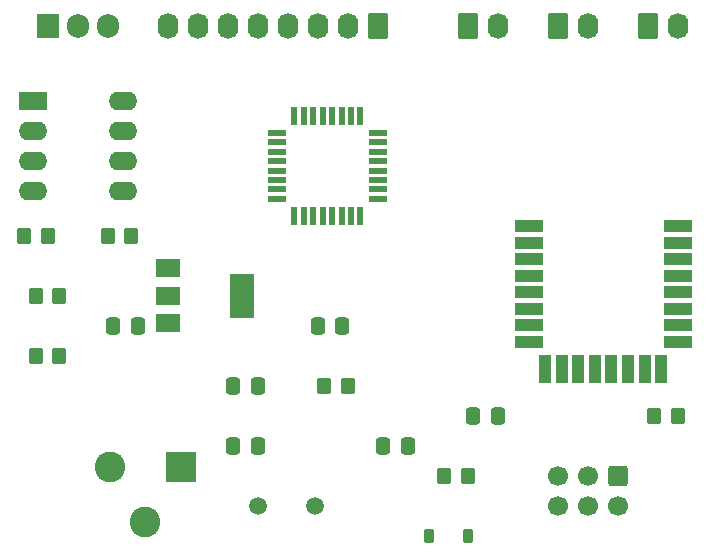
<source format=gbr>
G04 #@! TF.GenerationSoftware,KiCad,Pcbnew,7.0.10*
G04 #@! TF.CreationDate,2024-04-04T22:49:59-05:00*
G04 #@! TF.ProjectId,key,6b65792e-6b69-4636-9164-5f7063625858,rev?*
G04 #@! TF.SameCoordinates,Original*
G04 #@! TF.FileFunction,Soldermask,Top*
G04 #@! TF.FilePolarity,Negative*
%FSLAX46Y46*%
G04 Gerber Fmt 4.6, Leading zero omitted, Abs format (unit mm)*
G04 Created by KiCad (PCBNEW 7.0.10) date 2024-04-04 22:49:59*
%MOMM*%
%LPD*%
G01*
G04 APERTURE LIST*
G04 Aperture macros list*
%AMRoundRect*
0 Rectangle with rounded corners*
0 $1 Rounding radius*
0 $2 $3 $4 $5 $6 $7 $8 $9 X,Y pos of 4 corners*
0 Add a 4 corners polygon primitive as box body*
4,1,4,$2,$3,$4,$5,$6,$7,$8,$9,$2,$3,0*
0 Add four circle primitives for the rounded corners*
1,1,$1+$1,$2,$3*
1,1,$1+$1,$4,$5*
1,1,$1+$1,$6,$7*
1,1,$1+$1,$8,$9*
0 Add four rect primitives between the rounded corners*
20,1,$1+$1,$2,$3,$4,$5,0*
20,1,$1+$1,$4,$5,$6,$7,0*
20,1,$1+$1,$6,$7,$8,$9,0*
20,1,$1+$1,$8,$9,$2,$3,0*%
G04 Aperture macros list end*
%ADD10RoundRect,0.250000X-0.600000X0.600000X-0.600000X-0.600000X0.600000X-0.600000X0.600000X0.600000X0*%
%ADD11C,1.700000*%
%ADD12RoundRect,0.250000X-0.350000X-0.450000X0.350000X-0.450000X0.350000X0.450000X-0.350000X0.450000X0*%
%ADD13RoundRect,0.250000X0.350000X0.450000X-0.350000X0.450000X-0.350000X-0.450000X0.350000X-0.450000X0*%
%ADD14RoundRect,0.225000X-0.225000X-0.375000X0.225000X-0.375000X0.225000X0.375000X-0.225000X0.375000X0*%
%ADD15R,2.400000X1.600000*%
%ADD16O,2.400000X1.600000*%
%ADD17C,1.500000*%
%ADD18R,1.600000X0.550000*%
%ADD19R,0.550000X1.600000*%
%ADD20R,2.450000X1.000000*%
%ADD21R,1.000000X2.450000*%
%ADD22RoundRect,0.250000X0.620000X0.845000X-0.620000X0.845000X-0.620000X-0.845000X0.620000X-0.845000X0*%
%ADD23O,1.740000X2.190000*%
%ADD24R,1.905000X2.000000*%
%ADD25O,1.905000X2.000000*%
%ADD26RoundRect,0.250000X-0.337500X-0.475000X0.337500X-0.475000X0.337500X0.475000X-0.337500X0.475000X0*%
%ADD27R,2.600000X2.600000*%
%ADD28C,2.600000*%
%ADD29RoundRect,0.250000X-0.620000X-0.845000X0.620000X-0.845000X0.620000X0.845000X-0.620000X0.845000X0*%
%ADD30R,2.000000X1.500000*%
%ADD31R,2.000000X3.800000*%
%ADD32RoundRect,0.250000X0.337500X0.475000X-0.337500X0.475000X-0.337500X-0.475000X0.337500X-0.475000X0*%
G04 APERTURE END LIST*
D10*
G04 #@! TO.C,J4*
X177800000Y-99060000D03*
D11*
X177800000Y-101600000D03*
X175260000Y-99060000D03*
X175260000Y-101600000D03*
X172720000Y-99060000D03*
X172720000Y-101600000D03*
G04 #@! TD*
D12*
G04 #@! TO.C,Gate-bias1*
X134620000Y-78740000D03*
X136620000Y-78740000D03*
G04 #@! TD*
D13*
G04 #@! TO.C,R2*
X154940000Y-91440000D03*
X152940000Y-91440000D03*
G04 #@! TD*
D14*
G04 #@! TO.C,D1*
X161800000Y-104140000D03*
X165100000Y-104140000D03*
G04 #@! TD*
D15*
G04 #@! TO.C,U2*
X128280000Y-67320000D03*
D16*
X128280000Y-69860000D03*
X128280000Y-72400000D03*
X128280000Y-74940000D03*
X135900000Y-74940000D03*
X135900000Y-72400000D03*
X135900000Y-69860000D03*
X135900000Y-67320000D03*
G04 #@! TD*
D17*
G04 #@! TO.C,Y1*
X147320000Y-101600000D03*
X152200000Y-101600000D03*
G04 #@! TD*
D18*
G04 #@! TO.C,U1*
X157480000Y-75630000D03*
X157480000Y-74830000D03*
X157480000Y-74030000D03*
X157480000Y-73230000D03*
X157480000Y-72430000D03*
X157480000Y-71630000D03*
X157480000Y-70830000D03*
X157480000Y-70030000D03*
D19*
X156030000Y-68580000D03*
X155230000Y-68580000D03*
X154430000Y-68580000D03*
X153630000Y-68580000D03*
X152830000Y-68580000D03*
X152030000Y-68580000D03*
X151230000Y-68580000D03*
X150430000Y-68580000D03*
D18*
X148980000Y-70030000D03*
X148980000Y-70830000D03*
X148980000Y-71630000D03*
X148980000Y-72430000D03*
X148980000Y-73230000D03*
X148980000Y-74030000D03*
X148980000Y-74830000D03*
X148980000Y-75630000D03*
D19*
X150430000Y-77080000D03*
X151230000Y-77080000D03*
X152030000Y-77080000D03*
X152830000Y-77080000D03*
X153630000Y-77080000D03*
X154430000Y-77080000D03*
X155230000Y-77080000D03*
X156030000Y-77080000D03*
G04 #@! TD*
D13*
G04 #@! TO.C,PressureSensor1*
X129540000Y-78740000D03*
X127540000Y-78740000D03*
G04 #@! TD*
D20*
G04 #@! TO.C,DWM1*
X170280000Y-77941200D03*
X170280000Y-79341200D03*
X170280000Y-80741200D03*
X170280000Y-82141200D03*
X170280000Y-83541200D03*
X170280000Y-84941200D03*
X170280000Y-86341200D03*
X170280000Y-87741200D03*
D21*
X171680000Y-90036200D03*
X173080000Y-90036200D03*
X174480000Y-90036200D03*
X175880000Y-90036200D03*
X177280000Y-90036200D03*
X178680000Y-90036200D03*
X180080000Y-90036200D03*
X181480000Y-90036200D03*
D20*
X182880000Y-87740000D03*
X182880000Y-86340000D03*
X182880000Y-84941200D03*
X182880000Y-83541200D03*
X182880000Y-82141200D03*
X182880000Y-80741200D03*
X182880000Y-79341200D03*
X182880000Y-77941200D03*
G04 #@! TD*
D22*
G04 #@! TO.C,J5*
X157480000Y-60960000D03*
D23*
X154940000Y-60960000D03*
X152400000Y-60960000D03*
X149860000Y-60960000D03*
X147320000Y-60960000D03*
X144780000Y-60960000D03*
X142240000Y-60960000D03*
X139700000Y-60960000D03*
G04 #@! TD*
D24*
G04 #@! TO.C,Q1*
X129540000Y-60960000D03*
D25*
X132080000Y-60960000D03*
X134620000Y-60960000D03*
G04 #@! TD*
D12*
G04 #@! TO.C,R4*
X163100000Y-99060000D03*
X165100000Y-99060000D03*
G04 #@! TD*
G04 #@! TO.C,RM1*
X128540000Y-88900000D03*
X130540000Y-88900000D03*
G04 #@! TD*
D26*
G04 #@! TO.C,C4*
X145245000Y-91440000D03*
X147320000Y-91440000D03*
G04 #@! TD*
G04 #@! TO.C,C6*
X157945000Y-96520000D03*
X160020000Y-96520000D03*
G04 #@! TD*
G04 #@! TO.C,C5*
X145245000Y-96520000D03*
X147320000Y-96520000D03*
G04 #@! TD*
D27*
G04 #@! TO.C,J6*
X140820000Y-98310000D03*
D28*
X134820000Y-98310000D03*
X137820000Y-103010000D03*
G04 #@! TD*
D26*
G04 #@! TO.C,C3*
X152400000Y-86360000D03*
X154475000Y-86360000D03*
G04 #@! TD*
D29*
G04 #@! TO.C,J3*
X165100000Y-60960000D03*
D23*
X167640000Y-60960000D03*
G04 #@! TD*
D29*
G04 #@! TO.C,J1*
X180340000Y-60960000D03*
D23*
X182880000Y-60960000D03*
G04 #@! TD*
D26*
G04 #@! TO.C,C2*
X165565000Y-93980000D03*
X167640000Y-93980000D03*
G04 #@! TD*
D30*
G04 #@! TO.C,U3*
X139700000Y-81520000D03*
X139700000Y-83820000D03*
D31*
X146000000Y-83820000D03*
D30*
X139700000Y-86120000D03*
G04 #@! TD*
D12*
G04 #@! TO.C,Pulldown1*
X128540000Y-83820000D03*
X130540000Y-83820000D03*
G04 #@! TD*
G04 #@! TO.C,R1*
X180880000Y-93980000D03*
X182880000Y-93980000D03*
G04 #@! TD*
D32*
G04 #@! TO.C,C1*
X137160000Y-86360000D03*
X135085000Y-86360000D03*
G04 #@! TD*
D29*
G04 #@! TO.C,J2*
X172720000Y-60960000D03*
D23*
X175260000Y-60960000D03*
G04 #@! TD*
M02*

</source>
